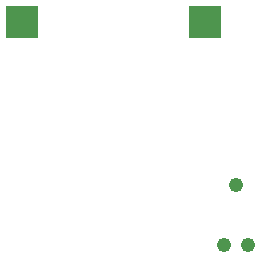
<source format=gbr>
G04 start of page 8 for group -4062 idx -4062 *
G04 Title: (unknown), soldermask *
G04 Creator: pcb 4.0.2 *
G04 CreationDate: Mon Feb 22 18:20:50 2021 UTC *
G04 For: ndholmes *
G04 Format: Gerber/RS-274X *
G04 PCB-Dimensions (mil): 1800.00 1200.00 *
G04 PCB-Coordinate-Origin: lower left *
%MOIN*%
%FSLAX25Y25*%
%LNBOTTOMMASK*%
%ADD33C,0.0001*%
%ADD32C,0.0490*%
G54D32*X101000Y36500D03*
X105000Y16500D03*
X97000D03*
G54D33*G36*
X24267Y95891D02*Y85448D01*
X34710D01*
Y95891D01*
X24267D01*
G37*
G36*
X85290D02*Y85448D01*
X95733D01*
Y95891D01*
X85290D01*
G37*
M02*

</source>
